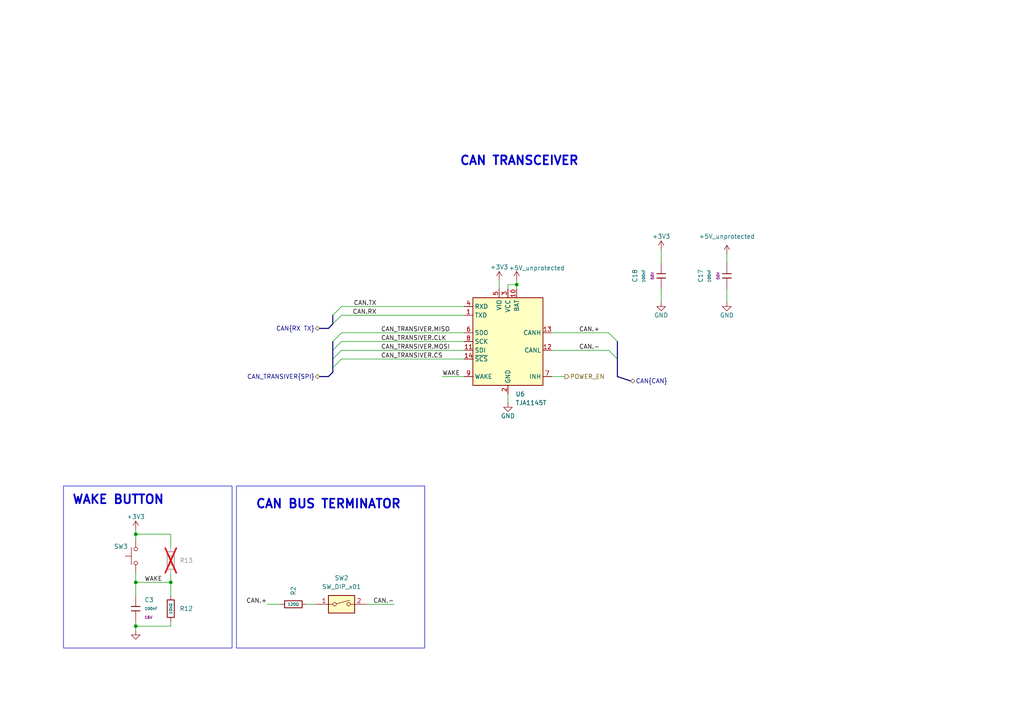
<source format=kicad_sch>
(kicad_sch (version 20231120) (generator "eeschema") (generator_version "8.0")
  (paper "A4")
  (title_block (date "2025-01-10") (rev "1.0") (company "Patryk Dudziński"))
  (lib_symbols
    (symbol "Interface_CAN_LIN:TJA1145T"
      (property "Reference" "U" (at -10.16 13.97 0))
      (property "Value" "TJA1145T" (at 3.81 13.97 0))
      (symbol "TJA1145T_0_1"
        (rectangle (start -10.16 12.7) (end 10.16 -12.7) (stroke (width 0.254)) (fill (type background)))
      )
      (symbol "TJA1145T_1_1"
        (pin input line (at -12.7 7.62 0) (length 2.54) (name "TXD") (number "1"))
        (pin power_in line (at 2.54 15.24 270) (length 2.54) (name "BAT") (number "10"))
        (pin input line (at -12.7 -2.54 0) (length 2.54) (name "SDI") (number "11"))
        (pin bidirectional line (at 12.7 -2.54 180) (length 2.54) (name "CANL") (number "12"))
        (pin bidirectional line (at 12.7 2.54 180) (length 2.54) (name "CANH") (number "13"))
        (pin input line (at -12.7 -5.08 0) (length 2.54) (name "~{SCS}") (number "14"))
        (pin power_in line (at 0 -15.24 90) (length 2.54) (name "GND") (number "2"))
        (pin power_in line (at 0 15.24 270) (length 2.54) (name "VCC") (number "3"))
        (pin output line (at -12.7 10.16 0) (length 2.54) (name "RXD") (number "4"))
        (pin power_in line (at -2.54 15.24 270) (length 2.54) (name "VIO") (number "5"))
        (pin output line (at -12.7 2.54 0) (length 2.54) (name "SDO") (number "6"))
        (pin open_emitter line (at 12.7 -10.16 180) (length 2.54) (name "INH") (number "7"))
        (pin input line (at -12.7 0 0) (length 2.54) (name "SCK") (number "8"))
        (pin input line (at -12.7 -10.16 0) (length 2.54) (name "WAKE") (number "9"))
      )
    )
    (symbol "PCM_JLCPCB-Capacitors:0402,100nF" (pin_numbers hide) (pin_names (offset 0))
      (property "Reference" "C" (at 2.032 1.668 0))
      (property "Value" "100nF" (at 2.032 -0.3782 0))
      (property "Voltage Rated" "16V" (at 2.032 -2.0462 0))
      (symbol "0402,100nF_0_1"
        (polyline (pts (xy -1.27 -0.635) (xy 1.27 -0.635)) (stroke (width 0.254)))
        (polyline (pts (xy -1.27 0.635) (xy 1.27 0.635)) (stroke (width 0.254)))
      )
      (symbol "0402,100nF_1_1"
        (pin passive line (at 0 3.81 270) (length 3.175) (name "~") (number "1"))
        (pin passive line (at 0 -3.81 90) (length 3.175) (name "~") (number "2"))
      )
    )
    (symbol "PCM_JLCPCB-Capacitors:0402,100nF,(2)" (pin_numbers hide) (pin_names (offset 0))
      (property "Reference" "C" (at 2.032 1.668 0))
      (property "Value" "100nF" (at 2.032 -0.3782 0))
      (property "Voltage Rated" "50V" (at 2.032 -2.0462 0))
      (symbol "0402,100nF,(2)_0_1"
        (polyline (pts (xy -1.27 -0.635) (xy 1.27 -0.635)) (stroke (width 0.254)))
        (polyline (pts (xy -1.27 0.635) (xy 1.27 0.635)) (stroke (width 0.254)))
      )
      (symbol "0402,100nF,(2)_1_1"
        (pin passive line (at 0 3.81 270) (length 3.175) (name "~") (number "1"))
        (pin passive line (at 0 -3.81 90) (length 3.175) (name "~") (number "2"))
      )
    )
    (symbol "PCM_JLCPCB-Resistors:0402,10kΩ" (pin_numbers hide) (pin_names (offset 0))
      (property "Reference" "R" (at 1.778 0 0))
      (property "Value" "10kΩ" (at 0 0 90))
      (symbol "0402,10kΩ_0_1"
        (rectangle (start -1.016 2.54) (end 1.016 -2.54) (stroke (width 0.254)))
      )
      (symbol "0402,10kΩ_1_1"
        (pin passive line (at 0 3.81 270) (length 1.27) (name "~") (number "1"))
        (pin passive line (at 0 -3.81 90) (length 1.27) (name "~") (number "2"))
      )
    )
    (symbol "PCM_JLCPCB-Resistors:0402,120Ω" (pin_numbers hide) (pin_names (offset 0))
      (property "Reference" "R" (at 1.778 0 0))
      (property "Value" "120Ω" (at 0 0 90))
      (symbol "0402,120Ω_0_1"
        (rectangle (start -1.016 2.54) (end 1.016 -2.54) (stroke (width 0.254)))
      )
      (symbol "0402,120Ω_1_1"
        (pin passive line (at 0 3.81 270) (length 1.27) (name "~") (number "1"))
        (pin passive line (at 0 -3.81 90) (length 1.27) (name "~") (number "2"))
      )
    )
    (symbol "Switch:SW_DIP_x01" (pin_names (offset 0) hide)
      (property "Reference" "SW" (at 0 3.81 0))
      (property "Value" "SW_DIP_x01" (at 0 -3.81 0))
      (symbol "SW_DIP_x01_0_0"
        (circle (center -2.032 0) (radius 0.508))
        (polyline (pts (xy -1.524 0.127) (xy 2.3622 1.1684)))
        (circle (center 2.032 0) (radius 0.508))
      )
      (symbol "SW_DIP_x01_0_1"
        (rectangle (start -3.81 2.54) (end 3.81 -2.54) (stroke (width 0.254)) (fill (type background)))
      )
      (symbol "SW_DIP_x01_1_1"
        (pin passive line (at -7.62 0 0) (length 5.08) (name "~") (number "1"))
        (pin passive line (at 7.62 0 180) (length 5.08) (name "~") (number "2"))
      )
    )
    (symbol "Switch:SW_Push" (pin_numbers hide) (pin_names (offset 1.016) hide)
      (property "Reference" "SW" (at 1.27 2.54 0))
      (property "Value" "SW_Push" (at 0 -1.524 0))
      (symbol "SW_Push_0_1"
        (circle (center -2.032 0) (radius 0.508))
        (polyline (pts (xy 0 1.27) (xy 0 3.048)))
        (polyline (pts (xy 2.54 1.27) (xy -2.54 1.27)))
        (circle (center 2.032 0) (radius 0.508))
        (pin passive line (at -5.08 0 0) (length 2.54) (name "1") (number "1"))
        (pin passive line (at 5.08 0 180) (length 2.54) (name "2") (number "2"))
      )
    )
    (symbol "power:+3V3" (power) (pin_names (offset 0))
      (property "Value" "+3V3" (at 0 3.556 0))
      (symbol "+3V3_0_1"
        (polyline (pts (xy -0.762 1.27) (xy 0 2.54)))
        (polyline (pts (xy 0 0) (xy 0 2.54)))
        (polyline (pts (xy 0 2.54) (xy 0.762 1.27)))
      )
      (symbol "+3V3_1_1"
        (pin power_in line (at 0 0 90) (length 0) hide (name "+3V3") (number "1"))
      )
    )
    (symbol "power:+5V" (power) (pin_numbers hide) (pin_names (offset 0) hide)
      (property "Value" "+5V" (at 0 3.556 0))
      (symbol "+5V_0_1"
        (polyline (pts (xy -0.762 1.27) (xy 0 2.54)))
        (polyline (pts (xy 0 0) (xy 0 2.54)))
        (polyline (pts (xy 0 2.54) (xy 0.762 1.27)))
      )
      (symbol "+5V_1_1"
        (pin power_in line (at 0 0 90) (length 0) (name "~") (number "1"))
      )
    )
    (symbol "power:GND" (power) (pin_numbers hide) (pin_names (offset 0) hide)
      (property "Value" "GND" (at 0 -3.81 0))
      (symbol "GND_0_1"
        (polyline (pts (xy 0 0) (xy 0 -1.27) (xy 1.27 -1.27) (xy 0 -2.54) (xy -1.27 -1.27) (xy 0 -1.27)))
      )
      (symbol "GND_1_1"
        (pin power_in line (at 0 0 270) (length 0) (name "~") (number "1"))
      )
    )
  )
  (junction (at 39.37 154.94))
  (junction (at 49.53 168.91))
  (junction (at 149.86 82.55))
  (junction (at 39.37 181.61))
  (junction (at 39.37 168.91))
  (bus_entry (at 96.52 99.06) (size 2.54 -2.54))
  (bus_entry (at 96.52 104.14) (size 2.54 -2.54))
  (bus_entry (at 96.52 106.68) (size 2.54 -2.54))
  (bus_entry (at 176.53 96.52) (size 2.54 2.54))
  (bus_entry (at 99.06 88.9) (size -2.54 2.54))
  (bus_entry (at 99.06 91.44) (size -2.54 2.54))
  (bus_entry (at 179.07 104.14) (size -2.54 -2.54))
  (bus_entry (at 96.52 101.6) (size 2.54 -2.54))
  (bus (pts (xy 96.52 99.06) (xy 96.52 101.6)))
  (wire (pts (xy 99.06 101.6) (xy 134.62 101.6)))
  (bus (pts (xy 92.71 109.22) (xy 95.25 109.22)))
  (wire (pts (xy 144.78 81.28) (xy 144.78 83.82)))
  (wire (pts (xy 49.53 181.61) (xy 49.53 180.34)))
  (wire (pts (xy 191.77 72.39) (xy 191.77 76.2)))
  (wire (pts (xy 160.02 96.52) (xy 176.53 96.52)))
  (wire (pts (xy 39.37 153.67) (xy 39.37 154.94)))
  (bus (pts (xy 96.52 101.6) (xy 96.52 104.14)))
  (wire (pts (xy 149.86 83.82) (xy 149.86 82.55)))
  (wire (pts (xy 99.06 88.9) (xy 134.62 88.9)))
  (wire (pts (xy 99.06 104.14) (xy 134.62 104.14)))
  (wire (pts (xy 160.02 101.6) (xy 176.53 101.6)))
  (wire (pts (xy 147.32 114.3) (xy 147.32 116.84)))
  (wire (pts (xy 39.37 181.61) (xy 39.37 180.34)))
  (wire (pts (xy 147.32 82.55) (xy 147.32 83.82)))
  (wire (pts (xy 39.37 166.37) (xy 39.37 168.91)))
  (bus (pts (xy 95.25 109.22) (xy 96.52 107.95)))
  (wire (pts (xy 210.82 73.66) (xy 210.82 76.2)))
  (wire (pts (xy 39.37 168.91) (xy 49.53 168.91)))
  (wire (pts (xy 106.68 175.26) (xy 114.3 175.26)))
  (wire (pts (xy 210.82 83.82) (xy 210.82 87.63)))
  (wire (pts (xy 49.53 172.72) (xy 49.53 168.91)))
  (wire (pts (xy 39.37 168.91) (xy 39.37 172.72)))
  (wire (pts (xy 77.47 175.26) (xy 81.28 175.26)))
  (wire (pts (xy 49.53 158.75) (xy 49.53 154.94)))
  (wire (pts (xy 160.02 109.22) (xy 163.83 109.22)))
  (wire (pts (xy 99.06 99.06) (xy 134.62 99.06)))
  (bus (pts (xy 179.07 109.22) (xy 182.88 110.49)))
  (wire (pts (xy 39.37 181.61) (xy 49.53 181.61)))
  (wire (pts (xy 149.86 82.55) (xy 147.32 82.55)))
  (bus (pts (xy 96.52 104.14) (xy 96.52 106.68)))
  (bus (pts (xy 92.71 95.25) (xy 95.25 95.25)))
  (wire (pts (xy 39.37 182.88) (xy 39.37 181.61)))
  (wire (pts (xy 88.9 175.26) (xy 91.44 175.26)))
  (bus (pts (xy 179.07 99.06) (xy 179.07 104.14)))
  (wire (pts (xy 99.06 91.44) (xy 134.62 91.44)))
  (wire (pts (xy 39.37 154.94) (xy 39.37 156.21)))
  (wire (pts (xy 99.06 96.52) (xy 134.62 96.52)))
  (bus (pts (xy 96.52 91.44) (xy 96.52 93.98)))
  (bus (pts (xy 96.52 107.95) (xy 96.52 106.68)))
  (wire (pts (xy 49.53 154.94) (xy 39.37 154.94)))
  (bus (pts (xy 96.52 93.98) (xy 95.25 95.25)))
  (wire (pts (xy 149.86 81.28) (xy 149.86 82.55)))
  (bus (pts (xy 179.07 104.14) (xy 179.07 109.22)))
  (wire (pts (xy 49.53 166.37) (xy 49.53 168.91)))
  (wire (pts (xy 128.27 109.22) (xy 134.62 109.22)))
  (wire (pts (xy 191.77 83.82) (xy 191.77 87.63)))
  (rectangle (start 18.415 140.97) (end 67.31 187.96))
  (rectangle (start 68.58 140.97) (end 123.19 187.96))
  (text "CAN TRANSCEIVER" (at 150.622 46.736 0) (effects (font (size 2.54 2.54) (thickness 0.508) (bold yes))))
  (text "CAN BUS TERMINATOR" (at 95.25 146.304 0) (effects (font (size 2.54 2.54) (thickness 0.508) (bold yes))))
  (text "WAKE BUTTON" (at 34.29 145.034 0) (effects (font (size 2.54 2.54) (thickness 0.508) (bold yes))))
  (label "CAN.+" (at 77.47 175.26 180))
  (label "CAN.+" (at 173.99 96.52 180))
  (label "CAN_TRANSIVER.MOSI" (at 110.49 101.6 0))
  (label "CAN_TRANSIVER.CS" (at 110.49 104.14 0))
  (label "CAN_TRANSIVER.CLK" (at 110.49 99.06 0))
  (label "CAN.RX" (at 109.22 91.44 180))
  (label "CAN.TX" (at 109.22 88.9 180))
  (label "CAN.-" (at 114.3 175.26 180))
  (label "CAN_TRANSIVER.MISO" (at 110.49 96.52 0))
  (label "CAN.-" (at 173.99 101.6 180))
  (label "WAKE" (at 41.91 168.91 0))
  (label "WAKE" (at 128.27 109.22 0))
  (hierarchical_label "POWER_EN" (shape output) (at 163.83 109.22 0))
  (hierarchical_label "CAN_TRANSIVER{SPI}" (shape bidirectional) (at 92.71 109.22 180))
  (hierarchical_label "CAN{RX TX}" (shape bidirectional) (at 92.71 95.25 180))
  (hierarchical_label "CAN{CAN}" (shape bidirectional) (at 182.88 110.49 0))
  (symbol (lib_id "power:GND") (at 210.82 87.63 0) (unit 1)
    (property "Reference" "#PWR033" (effects (hide yes)))
    (property "Value" "GND" (at 210.82 91.44 0))
    (property "Description" "Power symbol creates a global label with name \"GND\" , ground" (effects (hide yes)))
  )
  (symbol (lib_id "Switch:SW_Push") (at 39.37 161.29 90) (unit 1)
    (property "Reference" "SW3" (at 33.02 158.496 90) (effects (justify right)))
    (property "Value" "SW_Push" (effects (hide yes)))
    (property "Footprint" "lib:TS1088R02026" (effects (hide yes)))
    (property "LCSC" "C455280" (effects (hide yes)))
  )
  (symbol (lib_id "PCM_JLCPCB-Capacitors:0402,100nF,(2)") (at 210.82 80.01 180) (unit 1)
    (property "Reference" "C17" (at 203.2 80.01 90))
    (property "Value" "100nF" (at 205.74 80.01 90) (effects (font (size 0.8 0.8))))
    (property "Footprint" "PCM_JLCPCB:C_0402" (effects (hide yes)))
    (property "Datasheet" "https://www.lcsc.com/datasheet/lcsc_datasheet_2304140030_Samsung-Electro-Mechanics-CL05B104KB54PNC_C307331.pdf" (effects (hide yes)))
    (property "Description" "50V 100nF X7R ±10% 0402 Multilayer Ceramic Capacitors MLCC - SMD/SMT ROHS" (effects (hide yes)))
    (property "LCSC" "C307331" (effects (hide yes)))
    (property "Stock" "3851753" (effects (hide yes)))
    (property "Price" "0.008USD" (effects (hide yes)))
    (property "Process" "SMT" (effects (hide yes)))
    (property "Minimum Qty" "20" (effects (hide yes)))
    (property "Attrition Qty" "10" (effects (hide yes)))
    (property "Class" "Basic Component" (effects (hide yes)))
    (property "Category" "Capacitors,Multilayer Ceramic Capacitors MLCC - SMD/SMT" (effects (hide yes)))
    (property "Manufacturer" "Samsung Electro-Mechanics" (effects (hide yes)))
    (property "Part" "CL05B104KB54PNC" (effects (hide yes)))
    (property "Voltage Rated" "50V" (at 208.28 80.01 90) (effects (font (size 0.8 0.8))))
    (property "Tolerance" "±10%" (effects (hide yes)))
    (property "Capacitance" "100nF" (effects (hide yes)))
    (property "Temperature Coefficient" "X7R" (effects (hide yes)))
  )
  (symbol (lib_id "power:+3V3") (at 39.37 153.67 0) (unit 1)
    (property "Reference" "#PWR06" (effects (hide yes)))
    (property "Value" "+3V3" (at 39.37 149.86 0))
  )
  (symbol (lib_id "PCM_JLCPCB-Resistors:0402,120Ω") (at 85.09 175.26 90) (unit 1)
    (property "Reference" "R2" (at 85.0899 172.72 0) (effects (justify left)))
    (property "Value" "120Ω" (at 85.09 175.26 90) (effects (font (size 0.8 0.8))))
    (property "Footprint" "PCM_JLCPCB:R_0402" (effects (hide yes)))
    (property "Datasheet" "https://www.lcsc.com/datasheet/lcsc_datasheet_2205311900_UNI-ROYAL-Uniroyal-Elec-0402WGF1200TCE_C25079.pdf" (effects (hide yes)))
    (property "Description" "62.5mW Thick Film Resistors 50V ±100ppm/°C ±1% 120Ω 0402 Chip Resistor - Surface Mount ROHS" (effects (hide yes)))
    (property "LCSC" "C25079" (effects (hide yes)))
    (property "Stock" "305414" (effects (hide yes)))
    (property "Price" "0.004USD" (effects (hide yes)))
    (property "Process" "SMT" (effects (hide yes)))
    (property "Minimum Qty" "20" (effects (hide yes)))
    (property "Attrition Qty" "10" (effects (hide yes)))
    (property "Class" "Basic Component" (effects (hide yes)))
    (property "Category" "Resistors,Chip Resistor - Surface Mount" (effects (hide yes)))
    (property "Manufacturer" "UNI-ROYAL(Uniroyal Elec)" (effects (hide yes)))
    (property "Part" "0402WGF1200TCE" (effects (hide yes)))
    (property "Resistance" "120Ω" (effects (hide yes)))
    (property "Power(Watts)" "62.5mW" (effects (hide yes)))
    (property "Type" "Thick Film Resistors" (effects (hide yes)))
    (property "Overload Voltage (Max)" "50V" (effects (hide yes)))
    (property "Operating Temperature Range" "-55°C~+155°C" (effects (hide yes)))
    (property "Tolerance" "±1%" (effects (hide yes)))
    (property "Temperature Coefficient" "±100ppm/°C" (effects (hide yes)))
  )
  (symbol (lib_id "power:+5V") (at 149.86 81.28 0) (unit 1)
    (property "Reference" "#PWR034" (effects (hide yes)))
    (property "Value" "+5V_unprotected" (at 155.702 77.724 0))
    (property "Description" "Power symbol creates a global label with name \"+5V\"" (effects (hide yes)))
  )
  (symbol (lib_id "power:GND") (at 191.77 87.63 0) (unit 1)
    (property "Reference" "#PWR036" (effects (hide yes)))
    (property "Value" "GND" (at 191.77 91.44 0))
    (property "Description" "Power symbol creates a global label with name \"GND\" , ground" (effects (hide yes)))
  )
  (symbol (lib_id "PCM_JLCPCB-Capacitors:0402,100nF,(2)") (at 191.77 80.01 180) (unit 1)
    (property "Reference" "C18" (at 184.15 80.01 90))
    (property "Value" "100nF" (at 186.69 80.01 90) (effects (font (size 0.8 0.8))))
    (property "Footprint" "PCM_JLCPCB:C_0402" (effects (hide yes)))
    (property "Datasheet" "https://www.lcsc.com/datasheet/lcsc_datasheet_2304140030_Samsung-Electro-Mechanics-CL05B104KB54PNC_C307331.pdf" (effects (hide yes)))
    (property "Description" "50V 100nF X7R ±10% 0402 Multilayer Ceramic Capacitors MLCC - SMD/SMT ROHS" (effects (hide yes)))
    (property "LCSC" "C307331" (effects (hide yes)))
    (property "Stock" "3851753" (effects (hide yes)))
    (property "Price" "0.008USD" (effects (hide yes)))
    (property "Process" "SMT" (effects (hide yes)))
    (property "Minimum Qty" "20" (effects (hide yes)))
    (property "Attrition Qty" "10" (effects (hide yes)))
    (property "Class" "Basic Component" (effects (hide yes)))
    (property "Category" "Capacitors,Multilayer Ceramic Capacitors MLCC - SMD/SMT" (effects (hide yes)))
    (property "Manufacturer" "Samsung Electro-Mechanics" (effects (hide yes)))
    (property "Part" "CL05B104KB54PNC" (effects (hide yes)))
    (property "Voltage Rated" "50V" (at 189.23 80.01 90) (effects (font (size 0.8 0.8))))
    (property "Tolerance" "±10%" (effects (hide yes)))
    (property "Capacitance" "100nF" (effects (hide yes)))
    (property "Temperature Coefficient" "X7R" (effects (hide yes)))
  )
  (symbol (lib_id "PCM_JLCPCB-Capacitors:0402,100nF") (at 39.37 176.53 0) (unit 1)
    (property "Reference" "C3" (at 41.91 173.9899 0) (effects (justify left)))
    (property "Value" "100nF" (at 41.91 176.53 0) (effects (font (size 0.8 0.8)) (justify left)))
    (property "Footprint" "PCM_JLCPCB:C_0402" (effects (hide yes)))
    (property "Datasheet" "https://www.lcsc.com/datasheet/lcsc_datasheet_2304140030_Samsung-Electro-Mechanics-CL05B104KO5NNNC_C1525.pdf" (effects (hide yes)))
    (property "Description" "16V 100nF X7R ±10% 0402 Multilayer Ceramic Capacitors MLCC - SMD/SMT ROHS" (effects (hide yes)))
    (property "LCSC" "C1525" (effects (hide yes)))
    (property "Stock" "13402660" (effects (hide yes)))
    (property "Price" "0.004USD" (effects (hide yes)))
    (property "Process" "SMT" (effects (hide yes)))
    (property "Minimum Qty" "20" (effects (hide yes)))
    (property "Attrition Qty" "10" (effects (hide yes)))
    (property "Class" "Basic Component" (effects (hide yes)))
    (property "Category" "Capacitors,Multilayer Ceramic Capacitors MLCC - SMD/SMT" (effects (hide yes)))
    (property "Manufacturer" "Samsung Electro-Mechanics" (effects (hide yes)))
    (property "Part" "CL05B104KO5NNNC" (effects (hide yes)))
    (property "Voltage Rated" "16V" (at 41.91 179.07 0) (effects (font (size 0.8 0.8)) (justify left)))
    (property "Tolerance" "±10%" (effects (hide yes)))
    (property "Capacitance" "100nF" (effects (hide yes)))
    (property "Temperature Coefficient" "X7R" (effects (hide yes)))
  )
  (symbol (lib_id "Interface_CAN_LIN:TJA1145T") (at 147.32 99.06 0) (unit 1)
    (property "Reference" "U6" (at 149.5141 114.3 0) (effects (justify left)))
    (property "Value" "TJA1145T" (at 149.5141 116.84 0) (effects (justify left)))
    (property "Footprint" "Package_SO:SOIC-14_3.9x8.7mm_P1.27mm" (effects (hide yes)))
    (property "Datasheet" "https://www.nxp.com/docs/en/data-sheet/TJA1145.pdf" (effects (hide yes)))
    (property "Description" "High-speed CAN transceiver for partial networking, SOIC-14" (effects (hide yes)))
  )
  (symbol (lib_id "power:+5V") (at 210.82 73.66 0) (unit 1)
    (property "Reference" "#PWR032" (effects (hide yes)))
    (property "Value" "+5V_unprotected" (at 210.82 68.58 0))
    (property "Description" "Power symbol creates a global label with name \"+5V\"" (effects (hide yes)))
  )
  (symbol (lib_id "power:GND") (at 147.32 116.84 0) (unit 1)
    (property "Reference" "#PWR09" (effects (hide yes)))
    (property "Value" "GND" (at 147.32 120.65 0))
    (property "Description" "Power symbol creates a global label with name \"GND\" , ground" (effects (hide yes)))
  )
  (symbol (lib_id "Switch:SW_DIP_x01") (at 99.06 175.26 0) (unit 1)
    (property "Reference" "SW2" (at 99.06 167.64 0))
    (property "Value" "SW_DIP_x01" (at 99.06 170.18 0))
    (property "Footprint" "Button_Switch_THT:SW_DIP_SPSTx01_Slide_9.78x4.72mm_W7.62mm_P2.54mm" (effects (hide yes)))
    (property "Description" "1x DIP Switch, Single Pole Single Throw (SPST) switch, small symbol" (effects (hide yes)))
  )
  (symbol (lib_id "power:GND") (at 39.37 182.88 0) (unit 1)
    (property "Reference" "#PWR07" (effects (hide yes)))
    (property "Value" "GND" (effects (hide yes)))
  )
  (symbol (lib_id "PCM_JLCPCB-Resistors:0402,10kΩ") (at 49.53 176.53 0) (unit 1)
    (property "Reference" "R12" (at 52.07 176.5299 0) (effects (justify left)))
    (property "Value" "10kΩ" (at 49.53 176.53 90) (effects (font (size 0.8 0.8))))
    (property "Footprint" "PCM_JLCPCB:R_0402" (effects (hide yes)))
    (property "Datasheet" "https://www.lcsc.com/datasheet/lcsc_datasheet_2411221126_UNI-ROYAL-Uniroyal-Elec-0402WGF1002TCE_C25744.pdf" (effects (hide yes)))
    (property "Description" "62.5mW Thick Film Resistors 50V ±100ppm/°C ±1% 10kΩ 0402 Chip Resistor - Surface Mount ROHS" (effects (hide yes)))
    (property "LCSC" "C25744" (effects (hide yes)))
    (property "Stock" "10996280" (effects (hide yes)))
    (property "Price" "0.004USD" (effects (hide yes)))
    (property "Process" "SMT" (effects (hide yes)))
    (property "Minimum Qty" "5" (effects (hide yes)))
    (property "Attrition Qty" "0" (effects (hide yes)))
    (property "Class" "Basic Component" (effects (hide yes)))
    (property "Category" "Resistors,Chip Resistor - Surface Mount" (effects (hide yes)))
    (property "Manufacturer" "UNI-ROYAL(Uniroyal Elec)" (effects (hide yes)))
    (property "Part" "0402WGF1002TCE" (effects (hide yes)))
    (property "Resistance" "10kΩ" (effects (hide yes)))
    (property "Power(Watts)" "62.5mW" (effects (hide yes)))
    (property "Type" "Thick Film Resistors" (effects (hide yes)))
    (property "Overload Voltage (Max)" "50V" (effects (hide yes)))
    (property "Operating Temperature Range" "-55°C~+155°C" (effects (hide yes)))
    (property "Tolerance" "±1%" (effects (hide yes)))
    (property "Temperature Coefficient" "±100ppm/°C" (effects (hide yes)))
  )
  (symbol (lib_id "power:+5V") (at 144.78 81.28 0) (unit 1)
    (property "Reference" "#PWR037" (effects (hide yes)))
    (property "Value" "+3V3" (at 144.78 77.47 0))
    (property "Description" "Power symbol creates a global label with name \"+5V\"" (effects (hide yes)))
  )
  (symbol (lib_id "PCM_JLCPCB-Resistors:0402,10kΩ") (at 49.53 162.56 0) (unit 1) (dnp yes)
    (property "Reference" "R13" (at 52.07 162.5599 0) (effects (justify left)))
    (property "Value" "10kΩ" (at 49.53 162.56 90) (effects (font (size 0.8 0.8))))
    (property "Footprint" "PCM_JLCPCB:R_0402" (effects (hide yes)))
    (property "Datasheet" "https://www.lcsc.com/datasheet/lcsc_datasheet_2411221126_UNI-ROYAL-Uniroyal-Elec-0402WGF1002TCE_C25744.pdf" (effects (hide yes)))
    (property "Description" "62.5mW Thick Film Resistors 50V ±100ppm/°C ±1% 10kΩ 0402 Chip Resistor - Surface Mount ROHS" (effects (hide yes)))
    (property "LCSC" "C25744" (effects (hide yes)))
    (property "Stock" "10996280" (effects (hide yes)))
    (property "Price" "0.004USD" (effects (hide yes)))
    (property "Process" "SMT" (effects (hide yes)))
    (property "Minimum Qty" "5" (effects (hide yes)))
    (property "Attrition Qty" "0" (effects (hide yes)))
    (property "Class" "Basic Component" (effects (hide yes)))
    (property "Category" "Resistors,Chip Resistor - Surface Mount" (effects (hide yes)))
    (property "Manufacturer" "UNI-ROYAL(Uniroyal Elec)" (effects (hide yes)))
    (property "Part" "0402WGF1002TCE" (effects (hide yes)))
    (property "Resistance" "10kΩ" (effects (hide yes)))
    (property "Power(Watts)" "62.5mW" (effects (hide yes)))
    (property "Type" "Thick Film Resistors" (effects (hide yes)))
    (property "Overload Voltage (Max)" "50V" (effects (hide yes)))
    (property "Operating Temperature Range" "-55°C~+155°C" (effects (hide yes)))
    (property "Tolerance" "±1%" (effects (hide yes)))
    (property "Temperature Coefficient" "±100ppm/°C" (effects (hide yes)))
  )
  (symbol (lib_id "power:+5V") (at 191.77 72.39 0) (unit 1)
    (property "Reference" "#PWR035" (effects (hide yes)))
    (property "Value" "+3V3" (at 191.77 68.58 0))
    (property "Description" "Power symbol creates a global label with name \"+5V\"" (effects (hide yes)))
  )
)
</source>
